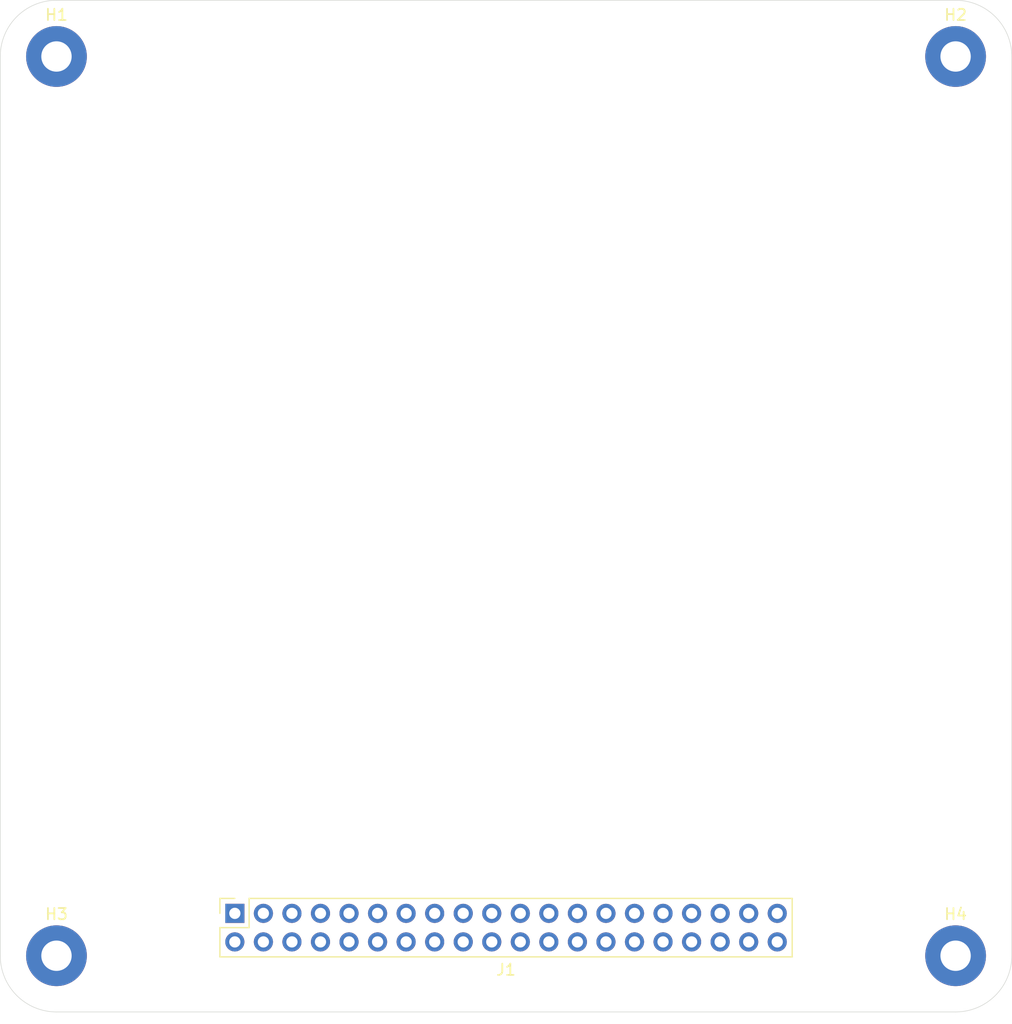
<source format=kicad_pcb>
(kicad_pcb (version 20171130) (host pcbnew "(5.1.5)-3")

  (general
    (thickness 1.6)
    (drawings 8)
    (tracks 0)
    (zones 0)
    (modules 5)
    (nets 20)
  )

  (page A4)
  (layers
    (0 F.Cu signal)
    (1 In1.Cu mixed)
    (2 In2.Cu power)
    (31 B.Cu signal)
    (32 B.Adhes user)
    (33 F.Adhes user)
    (34 B.Paste user)
    (35 F.Paste user)
    (36 B.SilkS user)
    (37 F.SilkS user)
    (38 B.Mask user)
    (39 F.Mask user)
    (40 Dwgs.User user)
    (41 Cmts.User user)
    (42 Eco1.User user)
    (43 Eco2.User user)
    (44 Edge.Cuts user)
    (45 Margin user)
    (46 B.CrtYd user)
    (47 F.CrtYd user)
    (48 B.Fab user)
    (49 F.Fab user)
  )

  (setup
    (last_trace_width 0.25)
    (trace_clearance 0.2)
    (zone_clearance 0.508)
    (zone_45_only no)
    (trace_min 0.2)
    (via_size 0.8)
    (via_drill 0.4)
    (via_min_size 0.4)
    (via_min_drill 0.3)
    (uvia_size 0.3)
    (uvia_drill 0.1)
    (uvias_allowed no)
    (uvia_min_size 0.2)
    (uvia_min_drill 0.1)
    (edge_width 0.05)
    (segment_width 0.2)
    (pcb_text_width 0.3)
    (pcb_text_size 1.5 1.5)
    (mod_edge_width 0.12)
    (mod_text_size 1 1)
    (mod_text_width 0.15)
    (pad_size 1.524 1.524)
    (pad_drill 0.762)
    (pad_to_mask_clearance 0.051)
    (solder_mask_min_width 0.25)
    (aux_axis_origin 0 0)
    (grid_origin 50 50)
    (visible_elements 7FFFBFFF)
    (pcbplotparams
      (layerselection 0x010fc_ffffffff)
      (usegerberextensions false)
      (usegerberattributes false)
      (usegerberadvancedattributes false)
      (creategerberjobfile false)
      (excludeedgelayer true)
      (linewidth 0.025400)
      (plotframeref false)
      (viasonmask false)
      (mode 1)
      (useauxorigin false)
      (hpglpennumber 1)
      (hpglpenspeed 20)
      (hpglpendiameter 15.000000)
      (psnegative false)
      (psa4output false)
      (plotreference true)
      (plotvalue true)
      (plotinvisibletext false)
      (padsonsilk false)
      (subtractmaskfromsilk false)
      (outputformat 1)
      (mirror false)
      (drillshape 1)
      (scaleselection 1)
      (outputdirectory ""))
  )

  (net 0 "")
  (net 1 GND)
  (net 2 /Connector/PAYL_5V)
  (net 3 /Connector/PAYL_3V3)
  (net 4 /Connector/PAYL_SCL)
  (net 5 /Connector/PAYL_SDA)
  (net 6 /Connector/PAYL_MISO)
  (net 7 /Connector/PAYL_MOSI)
  (net 8 /Connector/PAYL_CS)
  (net 9 /Connector/PAYL_SCK)
  (net 10 /Connector/PAYL_FALT)
  (net 11 /Connector/EPS_FALT)
  (net 12 /Connector/CAN2_N)
  (net 13 /Connector/CAN2_P)
  (net 14 /Connector/CAN1_N)
  (net 15 /Connector/CAN1_P)
  (net 16 /Connector/COM_5V)
  (net 17 /Connector/COM_3V8)
  (net 18 /Connector/OBC_5V)
  (net 19 /Connector/OBC_3V3)

  (net_class Default "This is the default net class."
    (clearance 0.2)
    (trace_width 0.25)
    (via_dia 0.8)
    (via_drill 0.4)
    (uvia_dia 0.3)
    (uvia_drill 0.1)
    (add_net /Connector/CAN1_N)
    (add_net /Connector/CAN1_P)
    (add_net /Connector/CAN2_N)
    (add_net /Connector/CAN2_P)
    (add_net /Connector/COM_3V8)
    (add_net /Connector/COM_5V)
    (add_net /Connector/EPS_FALT)
    (add_net /Connector/OBC_3V3)
    (add_net /Connector/OBC_5V)
    (add_net /Connector/PAYL_3V3)
    (add_net /Connector/PAYL_5V)
    (add_net /Connector/PAYL_CS)
    (add_net /Connector/PAYL_FALT)
    (add_net /Connector/PAYL_MISO)
    (add_net /Connector/PAYL_MOSI)
    (add_net /Connector/PAYL_SCK)
    (add_net /Connector/PAYL_SCL)
    (add_net /Connector/PAYL_SDA)
    (add_net GND)
  )

  (module Connector_PinSocket_2.54mm:PinSocket_2x20_P2.54mm_Vertical (layer F.Cu) (tedit 5A19A433) (tstamp 6033AF23)
    (at 70.87 131.23 90)
    (descr "Through hole straight socket strip, 2x20, 2.54mm pitch, double cols (from Kicad 4.0.7), script generated")
    (tags "Through hole socket strip THT 2x20 2.54mm double row")
    (path /607296A9/6073D8D0)
    (fp_text reference J1 (at -5.02 24.13 180) (layer F.SilkS)
      (effects (font (size 1 1) (thickness 0.15)))
    )
    (fp_text value Conn_02x20_Odd_Even (at -1.27 51.03 90) (layer F.Fab)
      (effects (font (size 1 1) (thickness 0.15)))
    )
    (fp_text user %R (at -1.27 24.13) (layer F.Fab)
      (effects (font (size 1 1) (thickness 0.15)))
    )
    (fp_line (start -4.34 50) (end -4.34 -1.8) (layer F.CrtYd) (width 0.05))
    (fp_line (start 1.76 50) (end -4.34 50) (layer F.CrtYd) (width 0.05))
    (fp_line (start 1.76 -1.8) (end 1.76 50) (layer F.CrtYd) (width 0.05))
    (fp_line (start -4.34 -1.8) (end 1.76 -1.8) (layer F.CrtYd) (width 0.05))
    (fp_line (start 0 -1.33) (end 1.33 -1.33) (layer F.SilkS) (width 0.12))
    (fp_line (start 1.33 -1.33) (end 1.33 0) (layer F.SilkS) (width 0.12))
    (fp_line (start -1.27 -1.33) (end -1.27 1.27) (layer F.SilkS) (width 0.12))
    (fp_line (start -1.27 1.27) (end 1.33 1.27) (layer F.SilkS) (width 0.12))
    (fp_line (start 1.33 1.27) (end 1.33 49.59) (layer F.SilkS) (width 0.12))
    (fp_line (start -3.87 49.59) (end 1.33 49.59) (layer F.SilkS) (width 0.12))
    (fp_line (start -3.87 -1.33) (end -3.87 49.59) (layer F.SilkS) (width 0.12))
    (fp_line (start -3.87 -1.33) (end -1.27 -1.33) (layer F.SilkS) (width 0.12))
    (fp_line (start -3.81 49.53) (end -3.81 -1.27) (layer F.Fab) (width 0.1))
    (fp_line (start 1.27 49.53) (end -3.81 49.53) (layer F.Fab) (width 0.1))
    (fp_line (start 1.27 -0.27) (end 1.27 49.53) (layer F.Fab) (width 0.1))
    (fp_line (start 0.27 -1.27) (end 1.27 -0.27) (layer F.Fab) (width 0.1))
    (fp_line (start -3.81 -1.27) (end 0.27 -1.27) (layer F.Fab) (width 0.1))
    (pad 40 thru_hole oval (at -2.54 48.26 90) (size 1.7 1.7) (drill 1) (layers *.Cu *.Mask)
      (net 2 /Connector/PAYL_5V))
    (pad 39 thru_hole oval (at 0 48.26 90) (size 1.7 1.7) (drill 1) (layers *.Cu *.Mask)
      (net 3 /Connector/PAYL_3V3))
    (pad 38 thru_hole oval (at -2.54 45.72 90) (size 1.7 1.7) (drill 1) (layers *.Cu *.Mask)
      (net 1 GND))
    (pad 37 thru_hole oval (at 0 45.72 90) (size 1.7 1.7) (drill 1) (layers *.Cu *.Mask)
      (net 1 GND))
    (pad 36 thru_hole oval (at -2.54 43.18 90) (size 1.7 1.7) (drill 1) (layers *.Cu *.Mask)
      (net 4 /Connector/PAYL_SCL))
    (pad 35 thru_hole oval (at 0 43.18 90) (size 1.7 1.7) (drill 1) (layers *.Cu *.Mask)
      (net 5 /Connector/PAYL_SDA))
    (pad 34 thru_hole oval (at -2.54 40.64 90) (size 1.7 1.7) (drill 1) (layers *.Cu *.Mask)
      (net 1 GND))
    (pad 33 thru_hole oval (at 0 40.64 90) (size 1.7 1.7) (drill 1) (layers *.Cu *.Mask)
      (net 1 GND))
    (pad 32 thru_hole oval (at -2.54 38.1 90) (size 1.7 1.7) (drill 1) (layers *.Cu *.Mask)
      (net 6 /Connector/PAYL_MISO))
    (pad 31 thru_hole oval (at 0 38.1 90) (size 1.7 1.7) (drill 1) (layers *.Cu *.Mask)
      (net 7 /Connector/PAYL_MOSI))
    (pad 30 thru_hole oval (at -2.54 35.56 90) (size 1.7 1.7) (drill 1) (layers *.Cu *.Mask)
      (net 8 /Connector/PAYL_CS))
    (pad 29 thru_hole oval (at 0 35.56 90) (size 1.7 1.7) (drill 1) (layers *.Cu *.Mask)
      (net 9 /Connector/PAYL_SCK))
    (pad 28 thru_hole oval (at -2.54 33.02 90) (size 1.7 1.7) (drill 1) (layers *.Cu *.Mask)
      (net 1 GND))
    (pad 27 thru_hole oval (at 0 33.02 90) (size 1.7 1.7) (drill 1) (layers *.Cu *.Mask)
      (net 1 GND))
    (pad 26 thru_hole oval (at -2.54 30.48 90) (size 1.7 1.7) (drill 1) (layers *.Cu *.Mask)
      (net 10 /Connector/PAYL_FALT))
    (pad 25 thru_hole oval (at 0 30.48 90) (size 1.7 1.7) (drill 1) (layers *.Cu *.Mask)
      (net 11 /Connector/EPS_FALT))
    (pad 24 thru_hole oval (at -2.54 27.94 90) (size 1.7 1.7) (drill 1) (layers *.Cu *.Mask)
      (net 1 GND))
    (pad 23 thru_hole oval (at 0 27.94 90) (size 1.7 1.7) (drill 1) (layers *.Cu *.Mask)
      (net 1 GND))
    (pad 22 thru_hole oval (at -2.54 25.4 90) (size 1.7 1.7) (drill 1) (layers *.Cu *.Mask)
      (net 12 /Connector/CAN2_N))
    (pad 21 thru_hole oval (at 0 25.4 90) (size 1.7 1.7) (drill 1) (layers *.Cu *.Mask)
      (net 13 /Connector/CAN2_P))
    (pad 20 thru_hole oval (at -2.54 22.86 90) (size 1.7 1.7) (drill 1) (layers *.Cu *.Mask)
      (net 1 GND))
    (pad 19 thru_hole oval (at 0 22.86 90) (size 1.7 1.7) (drill 1) (layers *.Cu *.Mask)
      (net 1 GND))
    (pad 18 thru_hole oval (at -2.54 20.32 90) (size 1.7 1.7) (drill 1) (layers *.Cu *.Mask)
      (net 14 /Connector/CAN1_N))
    (pad 17 thru_hole oval (at 0 20.32 90) (size 1.7 1.7) (drill 1) (layers *.Cu *.Mask)
      (net 15 /Connector/CAN1_P))
    (pad 16 thru_hole oval (at -2.54 17.78 90) (size 1.7 1.7) (drill 1) (layers *.Cu *.Mask)
      (net 1 GND))
    (pad 15 thru_hole oval (at 0 17.78 90) (size 1.7 1.7) (drill 1) (layers *.Cu *.Mask)
      (net 1 GND))
    (pad 14 thru_hole oval (at -2.54 15.24 90) (size 1.7 1.7) (drill 1) (layers *.Cu *.Mask)
      (net 1 GND))
    (pad 13 thru_hole oval (at 0 15.24 90) (size 1.7 1.7) (drill 1) (layers *.Cu *.Mask)
      (net 1 GND))
    (pad 12 thru_hole oval (at -2.54 12.7 90) (size 1.7 1.7) (drill 1) (layers *.Cu *.Mask)
      (net 1 GND))
    (pad 11 thru_hole oval (at 0 12.7 90) (size 1.7 1.7) (drill 1) (layers *.Cu *.Mask)
      (net 1 GND))
    (pad 10 thru_hole oval (at -2.54 10.16 90) (size 1.7 1.7) (drill 1) (layers *.Cu *.Mask)
      (net 1 GND))
    (pad 9 thru_hole oval (at 0 10.16 90) (size 1.7 1.7) (drill 1) (layers *.Cu *.Mask)
      (net 1 GND))
    (pad 8 thru_hole oval (at -2.54 7.62 90) (size 1.7 1.7) (drill 1) (layers *.Cu *.Mask)
      (net 1 GND))
    (pad 7 thru_hole oval (at 0 7.62 90) (size 1.7 1.7) (drill 1) (layers *.Cu *.Mask)
      (net 1 GND))
    (pad 6 thru_hole oval (at -2.54 5.08 90) (size 1.7 1.7) (drill 1) (layers *.Cu *.Mask)
      (net 16 /Connector/COM_5V))
    (pad 5 thru_hole oval (at 0 5.08 90) (size 1.7 1.7) (drill 1) (layers *.Cu *.Mask)
      (net 17 /Connector/COM_3V8))
    (pad 4 thru_hole oval (at -2.54 2.54 90) (size 1.7 1.7) (drill 1) (layers *.Cu *.Mask)
      (net 1 GND))
    (pad 3 thru_hole oval (at 0 2.54 90) (size 1.7 1.7) (drill 1) (layers *.Cu *.Mask)
      (net 1 GND))
    (pad 2 thru_hole oval (at -2.54 0 90) (size 1.7 1.7) (drill 1) (layers *.Cu *.Mask)
      (net 18 /Connector/OBC_5V))
    (pad 1 thru_hole rect (at 0 0 90) (size 1.7 1.7) (drill 1) (layers *.Cu *.Mask)
      (net 19 /Connector/OBC_3V3))
    (model ${KISYS3DMOD}/Connector_PinSocket_2.54mm.3dshapes/PinSocket_2x20_P2.54mm_Vertical.wrl
      (at (xyz 0 0 0))
      (scale (xyz 1 1 1))
      (rotate (xyz 0 0 0))
    )
  )

  (module MountingHole:MountingHole_2.7mm_M2.5_Pad (layer F.Cu) (tedit 56D1B4CB) (tstamp 60339FEA)
    (at 135 135)
    (descr "Mounting Hole 2.7mm, M2.5")
    (tags "mounting hole 2.7mm m2.5")
    (path /607296A9/60776D69)
    (attr virtual)
    (fp_text reference H4 (at 0 -3.7) (layer F.SilkS)
      (effects (font (size 1 1) (thickness 0.15)))
    )
    (fp_text value M2.5 (at 0 3.7) (layer F.Fab)
      (effects (font (size 1 1) (thickness 0.15)))
    )
    (fp_circle (center 0 0) (end 2.95 0) (layer F.CrtYd) (width 0.05))
    (fp_circle (center 0 0) (end 2.7 0) (layer Cmts.User) (width 0.15))
    (fp_text user %R (at 0.3 0) (layer F.Fab)
      (effects (font (size 1 1) (thickness 0.15)))
    )
    (pad 1 thru_hole circle (at 0 0) (size 5.4 5.4) (drill 2.7) (layers *.Cu *.Mask)
      (net 1 GND))
  )

  (module MountingHole:MountingHole_2.7mm_M2.5_Pad (layer F.Cu) (tedit 56D1B4CB) (tstamp 60339FE2)
    (at 55 135)
    (descr "Mounting Hole 2.7mm, M2.5")
    (tags "mounting hole 2.7mm m2.5")
    (path /607296A9/60776D63)
    (attr virtual)
    (fp_text reference H3 (at 0 -3.7) (layer F.SilkS)
      (effects (font (size 1 1) (thickness 0.15)))
    )
    (fp_text value M2.5 (at 0 3.7) (layer F.Fab)
      (effects (font (size 1 1) (thickness 0.15)))
    )
    (fp_circle (center 0 0) (end 2.95 0) (layer F.CrtYd) (width 0.05))
    (fp_circle (center 0 0) (end 2.7 0) (layer Cmts.User) (width 0.15))
    (fp_text user %R (at 0.3 0) (layer F.Fab)
      (effects (font (size 1 1) (thickness 0.15)))
    )
    (pad 1 thru_hole circle (at 0 0) (size 5.4 5.4) (drill 2.7) (layers *.Cu *.Mask)
      (net 1 GND))
  )

  (module MountingHole:MountingHole_2.7mm_M2.5_Pad (layer F.Cu) (tedit 56D1B4CB) (tstamp 60339FDA)
    (at 135 55)
    (descr "Mounting Hole 2.7mm, M2.5")
    (tags "mounting hole 2.7mm m2.5")
    (path /607296A9/60776D5D)
    (attr virtual)
    (fp_text reference H2 (at 0 -3.7) (layer F.SilkS)
      (effects (font (size 1 1) (thickness 0.15)))
    )
    (fp_text value M2.5 (at 0 3.7) (layer F.Fab)
      (effects (font (size 1 1) (thickness 0.15)))
    )
    (fp_circle (center 0 0) (end 2.95 0) (layer F.CrtYd) (width 0.05))
    (fp_circle (center 0 0) (end 2.7 0) (layer Cmts.User) (width 0.15))
    (fp_text user %R (at 0.3 0) (layer F.Fab)
      (effects (font (size 1 1) (thickness 0.15)))
    )
    (pad 1 thru_hole circle (at 0 0) (size 5.4 5.4) (drill 2.7) (layers *.Cu *.Mask)
      (net 1 GND))
  )

  (module MountingHole:MountingHole_2.7mm_M2.5_Pad (layer F.Cu) (tedit 56D1B4CB) (tstamp 60339FD2)
    (at 55 55)
    (descr "Mounting Hole 2.7mm, M2.5")
    (tags "mounting hole 2.7mm m2.5")
    (path /607296A9/60776D57)
    (attr virtual)
    (fp_text reference H1 (at 0 -3.7) (layer F.SilkS)
      (effects (font (size 1 1) (thickness 0.15)))
    )
    (fp_text value M2.5 (at 0 3.7) (layer F.Fab)
      (effects (font (size 1 1) (thickness 0.15)))
    )
    (fp_circle (center 0 0) (end 2.95 0) (layer F.CrtYd) (width 0.05))
    (fp_circle (center 0 0) (end 2.7 0) (layer Cmts.User) (width 0.15))
    (fp_text user %R (at 0.3 0) (layer F.Fab)
      (effects (font (size 1 1) (thickness 0.15)))
    )
    (pad 1 thru_hole circle (at 0 0) (size 5.4 5.4) (drill 2.7) (layers *.Cu *.Mask)
      (net 1 GND))
  )

  (gr_arc (start 55 135) (end 50 135) (angle -90) (layer Edge.Cuts) (width 0.05))
  (gr_arc (start 55 55) (end 55 50) (angle -90) (layer Edge.Cuts) (width 0.05))
  (gr_arc (start 135 55) (end 140 55) (angle -90) (layer Edge.Cuts) (width 0.05))
  (gr_arc (start 135 135) (end 135 140) (angle -90) (layer Edge.Cuts) (width 0.05))
  (gr_line (start 50 135) (end 50 55) (layer Edge.Cuts) (width 0.05) (tstamp 6033A083))
  (gr_line (start 135 140) (end 55 140) (layer Edge.Cuts) (width 0.05))
  (gr_line (start 140 55) (end 140 135) (layer Edge.Cuts) (width 0.05))
  (gr_line (start 55 50) (end 135 50) (layer Edge.Cuts) (width 0.05))

  (zone (net 1) (net_name GND) (layer In2.Cu) (tstamp 0) (hatch edge 0.508)
    (connect_pads (clearance 0.508))
    (min_thickness 0.254)
    (fill yes (arc_segments 32) (thermal_gap 0.508) (thermal_bridge_width 1.016))
    (polygon
      (pts
        (xy 140 140) (xy 50 140) (xy 50 50) (xy 140 50)
      )
    )
    (filled_polygon
      (pts
        (xy 135.768083 50.731173) (xy 136.511891 50.934656) (xy 137.207905 51.266638) (xy 137.83413 51.716626) (xy 138.370777 52.270403)
        (xy 138.800871 52.910451) (xy 139.110829 53.616553) (xy 139.292065 54.371457) (xy 139.34 55.024207) (xy 139.340001 134.970597)
        (xy 139.268827 135.768083) (xy 139.065344 136.51189) (xy 138.733363 137.207904) (xy 138.283374 137.83413) (xy 137.729597 138.370777)
        (xy 137.089549 138.800871) (xy 136.383447 139.110829) (xy 135.628543 139.292065) (xy 134.975793 139.34) (xy 55.029392 139.34)
        (xy 54.231917 139.268827) (xy 53.48811 139.065344) (xy 52.792096 138.733363) (xy 52.16587 138.283374) (xy 51.629223 137.729597)
        (xy 51.482085 137.510632) (xy 53.028183 137.510632) (xy 53.351258 137.917494) (xy 53.952113 138.183088) (xy 54.593238 138.326358)
        (xy 55.249994 138.341799) (xy 55.897143 138.228815) (xy 56.509816 137.99175) (xy 56.648742 137.917494) (xy 56.971817 137.510632)
        (xy 133.028183 137.510632) (xy 133.351258 137.917494) (xy 133.952113 138.183088) (xy 134.593238 138.326358) (xy 135.249994 138.341799)
        (xy 135.897143 138.228815) (xy 136.509816 137.99175) (xy 136.648742 137.917494) (xy 136.971817 137.510632) (xy 135 135.538815)
        (xy 133.028183 137.510632) (xy 56.971817 137.510632) (xy 55 135.538815) (xy 53.028183 137.510632) (xy 51.482085 137.510632)
        (xy 51.199129 137.089549) (xy 50.889171 136.383447) (xy 50.707935 135.628543) (xy 50.680137 135.249994) (xy 51.658201 135.249994)
        (xy 51.771185 135.897143) (xy 52.00825 136.509816) (xy 52.082506 136.648742) (xy 52.489368 136.971817) (xy 54.461185 135)
        (xy 55.538815 135) (xy 57.510632 136.971817) (xy 57.917494 136.648742) (xy 58.183088 136.047887) (xy 58.326358 135.406762)
        (xy 58.341799 134.750006) (xy 58.228815 134.102857) (xy 57.99175 133.490184) (xy 57.917494 133.351258) (xy 57.510632 133.028183)
        (xy 55.538815 135) (xy 54.461185 135) (xy 52.489368 133.028183) (xy 52.082506 133.351258) (xy 51.816912 133.952113)
        (xy 51.673642 134.593238) (xy 51.658201 135.249994) (xy 50.680137 135.249994) (xy 50.66 134.975793) (xy 50.66 132.489368)
        (xy 53.028183 132.489368) (xy 55 134.461185) (xy 56.971817 132.489368) (xy 56.648742 132.082506) (xy 56.047887 131.816912)
        (xy 55.406762 131.673642) (xy 54.750006 131.658201) (xy 54.102857 131.771185) (xy 53.490184 132.00825) (xy 53.351258 132.082506)
        (xy 53.028183 132.489368) (xy 50.66 132.489368) (xy 50.66 130.38) (xy 69.381928 130.38) (xy 69.381928 132.08)
        (xy 69.394188 132.204482) (xy 69.430498 132.32418) (xy 69.489463 132.434494) (xy 69.568815 132.531185) (xy 69.665506 132.610537)
        (xy 69.77582 132.669502) (xy 69.84838 132.691513) (xy 69.716525 132.823368) (xy 69.55401 133.066589) (xy 69.442068 133.336842)
        (xy 69.385 133.62374) (xy 69.385 133.91626) (xy 69.442068 134.203158) (xy 69.55401 134.473411) (xy 69.716525 134.716632)
        (xy 69.923368 134.923475) (xy 70.166589 135.08599) (xy 70.436842 135.197932) (xy 70.72374 135.255) (xy 71.01626 135.255)
        (xy 71.303158 135.197932) (xy 71.573411 135.08599) (xy 71.816632 134.923475) (xy 72.023475 134.716632) (xy 72.144823 134.535022)
        (xy 72.195279 134.624235) (xy 72.385273 134.844801) (xy 72.614646 135.024063) (xy 72.809162 135.12802) (xy 73.029 135.040346)
        (xy 73.029 134.151) (xy 73.009 134.151) (xy 73.009 133.389) (xy 73.029 133.389) (xy 73.029 131.611)
        (xy 73.009 131.611) (xy 73.009 130.849) (xy 73.029 130.849) (xy 73.029 129.959654) (xy 73.791 129.959654)
        (xy 73.791 130.849) (xy 73.811 130.849) (xy 73.811 131.611) (xy 73.791 131.611) (xy 73.791 133.389)
        (xy 73.811 133.389) (xy 73.811 134.151) (xy 73.791 134.151) (xy 73.791 135.040346) (xy 74.010838 135.12802)
        (xy 74.205354 135.024063) (xy 74.434727 134.844801) (xy 74.624721 134.624235) (xy 74.675177 134.535022) (xy 74.796525 134.716632)
        (xy 75.003368 134.923475) (xy 75.246589 135.08599) (xy 75.516842 135.197932) (xy 75.80374 135.255) (xy 76.09626 135.255)
        (xy 76.383158 135.197932) (xy 76.653411 135.08599) (xy 76.896632 134.923475) (xy 77.103475 134.716632) (xy 77.224823 134.535022)
        (xy 77.275279 134.624235) (xy 77.465273 134.844801) (xy 77.694646 135.024063) (xy 77.889162 135.12802) (xy 78.109 135.040346)
        (xy 78.109 134.151) (xy 78.871 134.151) (xy 78.871 135.040346) (xy 79.090838 135.12802) (xy 79.285354 135.024063)
        (xy 79.514727 134.844801) (xy 79.704721 134.624235) (xy 79.76 134.526495) (xy 79.815279 134.624235) (xy 80.005273 134.844801)
        (xy 80.234646 135.024063) (xy 80.429162 135.12802) (xy 80.649 135.040346) (xy 80.649 134.151) (xy 81.411 134.151)
        (xy 81.411 135.040346) (xy 81.630838 135.12802) (xy 81.825354 135.024063) (xy 82.054727 134.844801) (xy 82.244721 134.624235)
        (xy 82.3 134.526495) (xy 82.355279 134.624235) (xy 82.545273 134.844801) (xy 82.774646 135.024063) (xy 82.969162 135.12802)
        (xy 83.189 135.040346) (xy 83.189 134.151) (xy 83.951 134.151) (xy 83.951 135.040346) (xy 84.170838 135.12802)
        (xy 84.365354 135.024063) (xy 84.594727 134.844801) (xy 84.784721 134.624235) (xy 84.84 134.526495) (xy 84.895279 134.624235)
        (xy 85.085273 134.844801) (xy 85.314646 135.024063) (xy 85.509162 135.12802) (xy 85.729 135.040346) (xy 85.729 134.151)
        (xy 86.491 134.151) (xy 86.491 135.040346) (xy 86.710838 135.12802) (xy 86.905354 135.024063) (xy 87.134727 134.844801)
        (xy 87.324721 134.624235) (xy 87.38 134.526495) (xy 87.435279 134.624235) (xy 87.625273 134.844801) (xy 87.854646 135.024063)
        (xy 88.049162 135.12802) (xy 88.269 135.040346) (xy 88.269 134.151) (xy 86.491 134.151) (xy 85.729 134.151)
        (xy 83.951 134.151) (xy 83.189 134.151) (xy 81.411 134.151) (xy 80.649 134.151) (xy 78.871 134.151)
        (xy 78.109 134.151) (xy 78.089 134.151) (xy 78.089 133.389) (xy 78.109 133.389) (xy 78.109 131.611)
        (xy 78.871 131.611) (xy 78.871 133.389) (xy 80.649 133.389) (xy 80.649 131.611) (xy 81.411 131.611)
        (xy 81.411 133.389) (xy 83.189 133.389) (xy 83.189 131.611) (xy 83.951 131.611) (xy 83.951 133.389)
        (xy 85.729 133.389) (xy 85.729 131.611) (xy 86.491 131.611) (xy 86.491 133.389) (xy 88.269 133.389)
        (xy 88.269 131.611) (xy 86.491 131.611) (xy 85.729 131.611) (xy 83.951 131.611) (xy 83.189 131.611)
        (xy 81.411 131.611) (xy 80.649 131.611) (xy 78.871 131.611) (xy 78.109 131.611) (xy 78.089 131.611)
        (xy 78.089 130.849) (xy 78.109 130.849) (xy 78.109 129.959654) (xy 78.871 129.959654) (xy 78.871 130.849)
        (xy 80.649 130.849) (xy 80.649 129.959654) (xy 81.411 129.959654) (xy 81.411 130.849) (xy 83.189 130.849)
        (xy 83.189 129.959654) (xy 83.951 129.959654) (xy 83.951 130.849) (xy 85.729 130.849) (xy 85.729 129.959654)
        (xy 86.491 129.959654) (xy 86.491 130.849) (xy 88.269 130.849) (xy 88.269 129.959654) (xy 89.031 129.959654)
        (xy 89.031 130.849) (xy 89.051 130.849) (xy 89.051 131.611) (xy 89.031 131.611) (xy 89.031 133.389)
        (xy 89.051 133.389) (xy 89.051 134.151) (xy 89.031 134.151) (xy 89.031 135.040346) (xy 89.250838 135.12802)
        (xy 89.445354 135.024063) (xy 89.674727 134.844801) (xy 89.864721 134.624235) (xy 89.915177 134.535022) (xy 90.036525 134.716632)
        (xy 90.243368 134.923475) (xy 90.486589 135.08599) (xy 90.756842 135.197932) (xy 91.04374 135.255) (xy 91.33626 135.255)
        (xy 91.623158 135.197932) (xy 91.893411 135.08599) (xy 92.136632 134.923475) (xy 92.343475 134.716632) (xy 92.464823 134.535022)
        (xy 92.515279 134.624235) (xy 92.705273 134.844801) (xy 92.934646 135.024063) (xy 93.129162 135.12802) (xy 93.349 135.040346)
        (xy 93.349 134.151) (xy 93.329 134.151) (xy 93.329 133.389) (xy 93.349 133.389) (xy 93.349 131.611)
        (xy 93.329 131.611) (xy 93.329 130.849) (xy 93.349 130.849) (xy 93.349 129.959654) (xy 94.111 129.959654)
        (xy 94.111 130.849) (xy 94.131 130.849) (xy 94.131 131.611) (xy 94.111 131.611) (xy 94.111 133.389)
        (xy 94.131 133.389) (xy 94.131 134.151) (xy 94.111 134.151) (xy 94.111 135.040346) (xy 94.330838 135.12802)
        (xy 94.525354 135.024063) (xy 94.754727 134.844801) (xy 94.944721 134.624235) (xy 94.995177 134.535022) (xy 95.116525 134.716632)
        (xy 95.323368 134.923475) (xy 95.566589 135.08599) (xy 95.836842 135.197932) (xy 96.12374 135.255) (xy 96.41626 135.255)
        (xy 96.703158 135.197932) (xy 96.973411 135.08599) (xy 97.216632 134.923475) (xy 97.423475 134.716632) (xy 97.544823 134.535022)
        (xy 97.595279 134.624235) (xy 97.785273 134.844801) (xy 98.014646 135.024063) (xy 98.209162 135.12802) (xy 98.429 135.040346)
        (xy 98.429 134.151) (xy 98.409 134.151) (xy 98.409 133.389) (xy 98.429 133.389) (xy 98.429 131.611)
        (xy 98.409 131.611) (xy 98.409 130.849) (xy 98.429 130.849) (xy 98.429 129.959654) (xy 99.191 129.959654)
        (xy 99.191 130.849) (xy 99.211 130.849) (xy 99.211 131.611) (xy 99.191 131.611) (xy 99.191 133.389)
        (xy 99.211 133.389) (xy 99.211 134.151) (xy 99.191 134.151) (xy 99.191 135.040346) (xy 99.410838 135.12802)
        (xy 99.605354 135.024063) (xy 99.834727 134.844801) (xy 100.024721 134.624235) (xy 100.075177 134.535022) (xy 100.196525 134.716632)
        (xy 100.403368 134.923475) (xy 100.646589 135.08599) (xy 100.916842 135.197932) (xy 101.20374 135.255) (xy 101.49626 135.255)
        (xy 101.783158 135.197932) (xy 102.053411 135.08599) (xy 102.296632 134.923475) (xy 102.503475 134.716632) (xy 102.624823 134.535022)
        (xy 102.675279 134.624235) (xy 102.865273 134.844801) (xy 103.094646 135.024063) (xy 103.289162 135.12802) (xy 103.509 135.040346)
        (xy 103.509 134.151) (xy 103.489 134.151) (xy 103.489 133.389) (xy 103.509 133.389) (xy 103.509 131.611)
        (xy 103.489 131.611) (xy 103.489 130.849) (xy 103.509 130.849) (xy 103.509 129.959654) (xy 104.271 129.959654)
        (xy 104.271 130.849) (xy 104.291 130.849) (xy 104.291 131.611) (xy 104.271 131.611) (xy 104.271 133.389)
        (xy 104.291 133.389) (xy 104.291 134.151) (xy 104.271 134.151) (xy 104.271 135.040346) (xy 104.490838 135.12802)
        (xy 104.685354 135.024063) (xy 104.914727 134.844801) (xy 105.104721 134.624235) (xy 105.155177 134.535022) (xy 105.276525 134.716632)
        (xy 105.483368 134.923475) (xy 105.726589 135.08599) (xy 105.996842 135.197932) (xy 106.28374 135.255) (xy 106.57626 135.255)
        (xy 106.863158 135.197932) (xy 107.133411 135.08599) (xy 107.376632 134.923475) (xy 107.583475 134.716632) (xy 107.7 134.54224)
        (xy 107.816525 134.716632) (xy 108.023368 134.923475) (xy 108.266589 135.08599) (xy 108.536842 135.197932) (xy 108.82374 135.255)
        (xy 109.11626 135.255) (xy 109.403158 135.197932) (xy 109.673411 135.08599) (xy 109.916632 134.923475) (xy 110.123475 134.716632)
        (xy 110.244823 134.535022) (xy 110.295279 134.624235) (xy 110.485273 134.844801) (xy 110.714646 135.024063) (xy 110.909162 135.12802)
        (xy 111.129 135.040346) (xy 111.129 134.151) (xy 111.109 134.151) (xy 111.109 133.389) (xy 111.129 133.389)
        (xy 111.129 131.611) (xy 111.109 131.611) (xy 111.109 130.849) (xy 111.129 130.849) (xy 111.129 129.959654)
        (xy 111.891 129.959654) (xy 111.891 130.849) (xy 111.911 130.849) (xy 111.911 131.611) (xy 111.891 131.611)
        (xy 111.891 133.389) (xy 111.911 133.389) (xy 111.911 134.151) (xy 111.891 134.151) (xy 111.891 135.040346)
        (xy 112.110838 135.12802) (xy 112.305354 135.024063) (xy 112.534727 134.844801) (xy 112.724721 134.624235) (xy 112.775177 134.535022)
        (xy 112.896525 134.716632) (xy 113.103368 134.923475) (xy 113.346589 135.08599) (xy 113.616842 135.197932) (xy 113.90374 135.255)
        (xy 114.19626 135.255) (xy 114.483158 135.197932) (xy 114.753411 135.08599) (xy 114.996632 134.923475) (xy 115.203475 134.716632)
        (xy 115.324823 134.535022) (xy 115.375279 134.624235) (xy 115.565273 134.844801) (xy 115.794646 135.024063) (xy 115.989162 135.12802)
        (xy 116.209 135.040346) (xy 116.209 134.151) (xy 116.189 134.151) (xy 116.189 133.389) (xy 116.209 133.389)
        (xy 116.209 131.611) (xy 116.189 131.611) (xy 116.189 130.849) (xy 116.209 130.849) (xy 116.209 129.959654)
        (xy 116.971 129.959654) (xy 116.971 130.849) (xy 116.991 130.849) (xy 116.991 131.611) (xy 116.971 131.611)
        (xy 116.971 133.389) (xy 116.991 133.389) (xy 116.991 134.151) (xy 116.971 134.151) (xy 116.971 135.040346)
        (xy 117.190838 135.12802) (xy 117.385354 135.024063) (xy 117.614727 134.844801) (xy 117.804721 134.624235) (xy 117.855177 134.535022)
        (xy 117.976525 134.716632) (xy 118.183368 134.923475) (xy 118.426589 135.08599) (xy 118.696842 135.197932) (xy 118.98374 135.255)
        (xy 119.27626 135.255) (xy 119.301426 135.249994) (xy 131.658201 135.249994) (xy 131.771185 135.897143) (xy 132.00825 136.509816)
        (xy 132.082506 136.648742) (xy 132.489368 136.971817) (xy 134.461185 135) (xy 135.538815 135) (xy 137.510632 136.971817)
        (xy 137.917494 136.648742) (xy 138.183088 136.047887) (xy 138.326358 135.406762) (xy 138.341799 134.750006) (xy 138.228815 134.102857)
        (xy 137.99175 133.490184) (xy 137.917494 133.351258) (xy 137.510632 133.028183) (xy 135.538815 135) (xy 134.461185 135)
        (xy 132.489368 133.028183) (xy 132.082506 133.351258) (xy 131.816912 133.952113) (xy 131.673642 134.593238) (xy 131.658201 135.249994)
        (xy 119.301426 135.249994) (xy 119.563158 135.197932) (xy 119.833411 135.08599) (xy 120.076632 134.923475) (xy 120.283475 134.716632)
        (xy 120.44599 134.473411) (xy 120.557932 134.203158) (xy 120.615 133.91626) (xy 120.615 133.62374) (xy 120.557932 133.336842)
        (xy 120.44599 133.066589) (xy 120.283475 132.823368) (xy 120.076632 132.616525) (xy 119.90224 132.5) (xy 119.918151 132.489368)
        (xy 133.028183 132.489368) (xy 135 134.461185) (xy 136.971817 132.489368) (xy 136.648742 132.082506) (xy 136.047887 131.816912)
        (xy 135.406762 131.673642) (xy 134.750006 131.658201) (xy 134.102857 131.771185) (xy 133.490184 132.00825) (xy 133.351258 132.082506)
        (xy 133.028183 132.489368) (xy 119.918151 132.489368) (xy 120.076632 132.383475) (xy 120.283475 132.176632) (xy 120.44599 131.933411)
        (xy 120.557932 131.663158) (xy 120.615 131.37626) (xy 120.615 131.08374) (xy 120.557932 130.796842) (xy 120.44599 130.526589)
        (xy 120.283475 130.283368) (xy 120.076632 130.076525) (xy 119.833411 129.91401) (xy 119.563158 129.802068) (xy 119.27626 129.745)
        (xy 118.98374 129.745) (xy 118.696842 129.802068) (xy 118.426589 129.91401) (xy 118.183368 130.076525) (xy 117.976525 130.283368)
        (xy 117.855177 130.464978) (xy 117.804721 130.375765) (xy 117.614727 130.155199) (xy 117.385354 129.975937) (xy 117.190838 129.87198)
        (xy 116.971 129.959654) (xy 116.209 129.959654) (xy 115.989162 129.87198) (xy 115.794646 129.975937) (xy 115.565273 130.155199)
        (xy 115.375279 130.375765) (xy 115.324823 130.464978) (xy 115.203475 130.283368) (xy 114.996632 130.076525) (xy 114.753411 129.91401)
        (xy 114.483158 129.802068) (xy 114.19626 129.745) (xy 113.90374 129.745) (xy 113.616842 129.802068) (xy 113.346589 129.91401)
        (xy 113.103368 130.076525) (xy 112.896525 130.283368) (xy 112.775177 130.464978) (xy 112.724721 130.375765) (xy 112.534727 130.155199)
        (xy 112.305354 129.975937) (xy 112.110838 129.87198) (xy 111.891 129.959654) (xy 111.129 129.959654) (xy 110.909162 129.87198)
        (xy 110.714646 129.975937) (xy 110.485273 130.155199) (xy 110.295279 130.375765) (xy 110.244823 130.464978) (xy 110.123475 130.283368)
        (xy 109.916632 130.076525) (xy 109.673411 129.91401) (xy 109.403158 129.802068) (xy 109.11626 129.745) (xy 108.82374 129.745)
        (xy 108.536842 129.802068) (xy 108.266589 129.91401) (xy 108.023368 130.076525) (xy 107.816525 130.283368) (xy 107.7 130.45776)
        (xy 107.583475 130.283368) (xy 107.376632 130.076525) (xy 107.133411 129.91401) (xy 106.863158 129.802068) (xy 106.57626 129.745)
        (xy 106.28374 129.745) (xy 105.996842 129.802068) (xy 105.726589 129.91401) (xy 105.483368 130.076525) (xy 105.276525 130.283368)
        (xy 105.155177 130.464978) (xy 105.104721 130.375765) (xy 104.914727 130.155199) (xy 104.685354 129.975937) (xy 104.490838 129.87198)
        (xy 104.271 129.959654) (xy 103.509 129.959654) (xy 103.289162 129.87198) (xy 103.094646 129.975937) (xy 102.865273 130.155199)
        (xy 102.675279 130.375765) (xy 102.624823 130.464978) (xy 102.503475 130.283368) (xy 102.296632 130.076525) (xy 102.053411 129.91401)
        (xy 101.783158 129.802068) (xy 101.49626 129.745) (xy 101.20374 129.745) (xy 100.916842 129.802068) (xy 100.646589 129.91401)
        (xy 100.403368 130.076525) (xy 100.196525 130.283368) (xy 100.075177 130.464978) (xy 100.024721 130.375765) (xy 99.834727 130.155199)
        (xy 99.605354 129.975937) (xy 99.410838 129.87198) (xy 99.191 129.959654) (xy 98.429 129.959654) (xy 98.209162 129.87198)
        (xy 98.014646 129.975937) (xy 97.785273 130.155199) (xy 97.595279 130.375765) (xy 97.544823 130.464978) (xy 97.423475 130.283368)
        (xy 97.216632 130.076525) (xy 96.973411 129.91401) (xy 96.703158 129.802068) (xy 96.41626 129.745) (xy 96.12374 129.745)
        (xy 95.836842 129.802068) (xy 95.566589 129.91401) (xy 95.323368 130.076525) (xy 95.116525 130.283368) (xy 94.995177 130.464978)
        (xy 94.944721 130.375765) (xy 94.754727 130.155199) (xy 94.525354 129.975937) (xy 94.330838 129.87198) (xy 94.111 129.959654)
        (xy 93.349 129.959654) (xy 93.129162 129.87198) (xy 92.934646 129.975937) (xy 92.705273 130.155199) (xy 92.515279 130.375765)
        (xy 92.464823 130.464978) (xy 92.343475 130.283368) (xy 92.136632 130.076525) (xy 91.893411 129.91401) (xy 91.623158 129.802068)
        (xy 91.33626 129.745) (xy 91.04374 129.745) (xy 90.756842 129.802068) (xy 90.486589 129.91401) (xy 90.243368 130.076525)
        (xy 90.036525 130.283368) (xy 89.915177 130.464978) (xy 89.864721 130.375765) (xy 89.674727 130.155199) (xy 89.445354 129.975937)
        (xy 89.250838 129.87198) (xy 89.031 129.959654) (xy 88.269 129.959654) (xy 88.049162 129.87198) (xy 87.854646 129.975937)
        (xy 87.625273 130.155199) (xy 87.435279 130.375765) (xy 87.38 130.473505) (xy 87.324721 130.375765) (xy 87.134727 130.155199)
        (xy 86.905354 129.975937) (xy 86.710838 129.87198) (xy 86.491 129.959654) (xy 85.729 129.959654) (xy 85.509162 129.87198)
        (xy 85.314646 129.975937) (xy 85.085273 130.155199) (xy 84.895279 130.375765) (xy 84.84 130.473505) (xy 84.784721 130.375765)
        (xy 84.594727 130.155199) (xy 84.365354 129.975937) (xy 84.170838 129.87198) (xy 83.951 129.959654) (xy 83.189 129.959654)
        (xy 82.969162 129.87198) (xy 82.774646 129.975937) (xy 82.545273 130.155199) (xy 82.355279 130.375765) (xy 82.3 130.473505)
        (xy 82.244721 130.375765) (xy 82.054727 130.155199) (xy 81.825354 129.975937) (xy 81.630838 129.87198) (xy 81.411 129.959654)
        (xy 80.649 129.959654) (xy 80.429162 129.87198) (xy 80.234646 129.975937) (xy 80.005273 130.155199) (xy 79.815279 130.375765)
        (xy 79.76 130.473505) (xy 79.704721 130.375765) (xy 79.514727 130.155199) (xy 79.285354 129.975937) (xy 79.090838 129.87198)
        (xy 78.871 129.959654) (xy 78.109 129.959654) (xy 77.889162 129.87198) (xy 77.694646 129.975937) (xy 77.465273 130.155199)
        (xy 77.275279 130.375765) (xy 77.224823 130.464978) (xy 77.103475 130.283368) (xy 76.896632 130.076525) (xy 76.653411 129.91401)
        (xy 76.383158 129.802068) (xy 76.09626 129.745) (xy 75.80374 129.745) (xy 75.516842 129.802068) (xy 75.246589 129.91401)
        (xy 75.003368 130.076525) (xy 74.796525 130.283368) (xy 74.675177 130.464978) (xy 74.624721 130.375765) (xy 74.434727 130.155199)
        (xy 74.205354 129.975937) (xy 74.010838 129.87198) (xy 73.791 129.959654) (xy 73.029 129.959654) (xy 72.809162 129.87198)
        (xy 72.614646 129.975937) (xy 72.385273 130.155199) (xy 72.333583 130.215206) (xy 72.309502 130.13582) (xy 72.250537 130.025506)
        (xy 72.171185 129.928815) (xy 72.074494 129.849463) (xy 71.96418 129.790498) (xy 71.844482 129.754188) (xy 71.72 129.741928)
        (xy 70.02 129.741928) (xy 69.895518 129.754188) (xy 69.77582 129.790498) (xy 69.665506 129.849463) (xy 69.568815 129.928815)
        (xy 69.489463 130.025506) (xy 69.430498 130.13582) (xy 69.394188 130.255518) (xy 69.381928 130.38) (xy 50.66 130.38)
        (xy 50.66 57.510632) (xy 53.028183 57.510632) (xy 53.351258 57.917494) (xy 53.952113 58.183088) (xy 54.593238 58.326358)
        (xy 55.249994 58.341799) (xy 55.897143 58.228815) (xy 56.509816 57.99175) (xy 56.648742 57.917494) (xy 56.971817 57.510632)
        (xy 133.028183 57.510632) (xy 133.351258 57.917494) (xy 133.952113 58.183088) (xy 134.593238 58.326358) (xy 135.249994 58.341799)
        (xy 135.897143 58.228815) (xy 136.509816 57.99175) (xy 136.648742 57.917494) (xy 136.971817 57.510632) (xy 135 55.538815)
        (xy 133.028183 57.510632) (xy 56.971817 57.510632) (xy 55 55.538815) (xy 53.028183 57.510632) (xy 50.66 57.510632)
        (xy 50.66 55.249994) (xy 51.658201 55.249994) (xy 51.771185 55.897143) (xy 52.00825 56.509816) (xy 52.082506 56.648742)
        (xy 52.489368 56.971817) (xy 54.461185 55) (xy 55.538815 55) (xy 57.510632 56.971817) (xy 57.917494 56.648742)
        (xy 58.183088 56.047887) (xy 58.326358 55.406762) (xy 58.330043 55.249994) (xy 131.658201 55.249994) (xy 131.771185 55.897143)
        (xy 132.00825 56.509816) (xy 132.082506 56.648742) (xy 132.489368 56.971817) (xy 134.461185 55) (xy 135.538815 55)
        (xy 137.510632 56.971817) (xy 137.917494 56.648742) (xy 138.183088 56.047887) (xy 138.326358 55.406762) (xy 138.341799 54.750006)
        (xy 138.228815 54.102857) (xy 137.99175 53.490184) (xy 137.917494 53.351258) (xy 137.510632 53.028183) (xy 135.538815 55)
        (xy 134.461185 55) (xy 132.489368 53.028183) (xy 132.082506 53.351258) (xy 131.816912 53.952113) (xy 131.673642 54.593238)
        (xy 131.658201 55.249994) (xy 58.330043 55.249994) (xy 58.341799 54.750006) (xy 58.228815 54.102857) (xy 57.99175 53.490184)
        (xy 57.917494 53.351258) (xy 57.510632 53.028183) (xy 55.538815 55) (xy 54.461185 55) (xy 52.489368 53.028183)
        (xy 52.082506 53.351258) (xy 51.816912 53.952113) (xy 51.673642 54.593238) (xy 51.658201 55.249994) (xy 50.66 55.249994)
        (xy 50.66 55.029392) (xy 50.731173 54.231917) (xy 50.934656 53.488109) (xy 51.266638 52.792095) (xy 51.484169 52.489368)
        (xy 53.028183 52.489368) (xy 55 54.461185) (xy 56.971817 52.489368) (xy 133.028183 52.489368) (xy 135 54.461185)
        (xy 136.971817 52.489368) (xy 136.648742 52.082506) (xy 136.047887 51.816912) (xy 135.406762 51.673642) (xy 134.750006 51.658201)
        (xy 134.102857 51.771185) (xy 133.490184 52.00825) (xy 133.351258 52.082506) (xy 133.028183 52.489368) (xy 56.971817 52.489368)
        (xy 56.648742 52.082506) (xy 56.047887 51.816912) (xy 55.406762 51.673642) (xy 54.750006 51.658201) (xy 54.102857 51.771185)
        (xy 53.490184 52.00825) (xy 53.351258 52.082506) (xy 53.028183 52.489368) (xy 51.484169 52.489368) (xy 51.716626 52.16587)
        (xy 52.270403 51.629223) (xy 52.910451 51.199129) (xy 53.616553 50.889171) (xy 54.371457 50.707935) (xy 55.024207 50.66)
        (xy 134.970608 50.66)
      )
    )
  )
)

</source>
